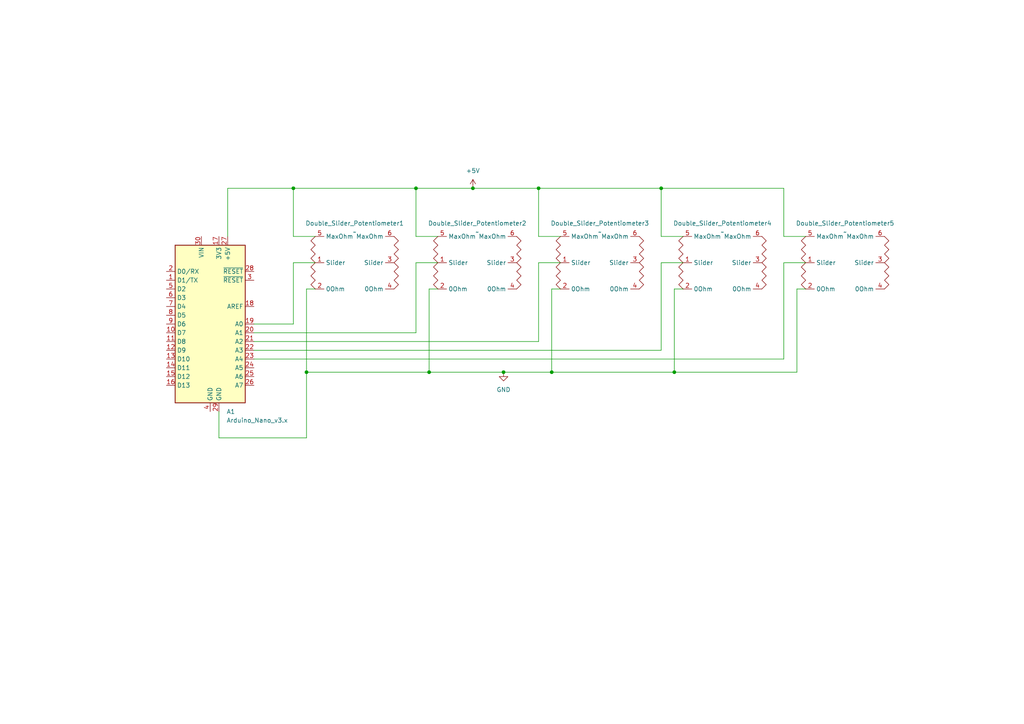
<source format=kicad_sch>
(kicad_sch (version 20231120) (generator "eeschema") (generator_version "8.0")
  (paper "A4")
  (lib_symbols
    (symbol "MCU_Module:Arduino_Nano_v3.x"
      (property "Reference" "A" (at -10.16 23.495 0))
      (property "Value" "Arduino_Nano_v3.x" (at 5.08 -24.13 0))
      (symbol "Arduino_Nano_v3.x_0_1"
        (rectangle (start -10.16 22.86) (end 10.16 -22.86) (stroke (width 0.254)) (fill (type background)))
      )
      (symbol "Arduino_Nano_v3.x_1_1"
        (pin bidirectional line (at -12.7 12.7 0) (length 2.54) (name "D1/TX") (number "1"))
        (pin bidirectional line (at -12.7 -2.54 0) (length 2.54) (name "D7") (number "10"))
        (pin bidirectional line (at -12.7 -5.08 0) (length 2.54) (name "D8") (number "11"))
        (pin bidirectional line (at -12.7 -7.62 0) (length 2.54) (name "D9") (number "12"))
        (pin bidirectional line (at -12.7 -10.16 0) (length 2.54) (name "D10") (number "13"))
        (pin bidirectional line (at -12.7 -12.7 0) (length 2.54) (name "D11") (number "14"))
        (pin bidirectional line (at -12.7 -15.24 0) (length 2.54) (name "D12") (number "15"))
        (pin bidirectional line (at -12.7 -17.78 0) (length 2.54) (name "D13") (number "16"))
        (pin power_out line (at 2.54 25.4 270) (length 2.54) (name "3V3") (number "17"))
        (pin input line (at 12.7 5.08 180) (length 2.54) (name "AREF") (number "18"))
        (pin bidirectional line (at 12.7 0 180) (length 2.54) (name "A0") (number "19"))
        (pin bidirectional line (at -12.7 15.24 0) (length 2.54) (name "D0/RX") (number "2"))
        (pin bidirectional line (at 12.7 -2.54 180) (length 2.54) (name "A1") (number "20"))
        (pin bidirectional line (at 12.7 -5.08 180) (length 2.54) (name "A2") (number "21"))
        (pin bidirectional line (at 12.7 -7.62 180) (length 2.54) (name "A3") (number "22"))
        (pin bidirectional line (at 12.7 -10.16 180) (length 2.54) (name "A4") (number "23"))
        (pin bidirectional line (at 12.7 -12.7 180) (length 2.54) (name "A5") (number "24"))
        (pin bidirectional line (at 12.7 -15.24 180) (length 2.54) (name "A6") (number "25"))
        (pin bidirectional line (at 12.7 -17.78 180) (length 2.54) (name "A7") (number "26"))
        (pin power_out line (at 5.08 25.4 270) (length 2.54) (name "+5V") (number "27"))
        (pin input line (at 12.7 15.24 180) (length 2.54) (name "~{RESET}") (number "28"))
        (pin power_in line (at 2.54 -25.4 90) (length 2.54) (name "GND") (number "29"))
        (pin input line (at 12.7 12.7 180) (length 2.54) (name "~{RESET}") (number "3"))
        (pin power_in line (at -2.54 25.4 270) (length 2.54) (name "VIN") (number "30"))
        (pin power_in line (at 0 -25.4 90) (length 2.54) (name "GND") (number "4"))
        (pin bidirectional line (at -12.7 10.16 0) (length 2.54) (name "D2") (number "5"))
        (pin bidirectional line (at -12.7 7.62 0) (length 2.54) (name "D3") (number "6"))
        (pin bidirectional line (at -12.7 5.08 0) (length 2.54) (name "D4") (number "7"))
        (pin bidirectional line (at -12.7 2.54 0) (length 2.54) (name "D5") (number "8"))
        (pin bidirectional line (at -12.7 0 0) (length 2.54) (name "D6") (number "9"))
      )
    )
    (symbol "Niks_Symbols:B103_Sliding_Potentiometer"
      (property "Reference" "Double_Slider_Potentiometer" (at 12.7 3.048 90))
      (symbol "B103_Sliding_Potentiometer_0_1"
        (polyline (pts (xy 1.27 6.35) (xy 0 7.62) (xy 1.27 8.89) (xy 0 10.16) (xy 1.27 11.43) (xy 0 12.7) (xy 1.27 13.97)))
        (polyline (pts (xy 1.27 13.97) (xy 0 15.24) (xy 1.27 16.51) (xy 0 17.78) (xy 1.27 19.05) (xy 0 20.32) (xy 1.27 21.59)))
        (polyline (pts (xy 24.13 6.35) (xy 25.4 7.62) (xy 24.13 8.89) (xy 25.4 10.16) (xy 24.13 11.43) (xy 25.4 12.7) (xy 24.13 13.97)))
        (polyline (pts (xy 24.13 13.97) (xy 25.4 15.24) (xy 24.13 16.51) (xy 25.4 17.78) (xy 24.13 19.05) (xy 25.4 20.32) (xy 24.13 21.59)))
      )
      (symbol "B103_Sliding_Potentiometer_1_1"
        (pin bidirectional line (at 1.27 13.97 0) (length 2.54) (name "Slider") (number "1"))
        (pin bidirectional line (at 1.27 6.35 0) (length 2.54) (name "0Ohm") (number "2"))
        (pin bidirectional line (at 24.13 13.97 180) (length 2.54) (name "Slider") (number "3"))
        (pin bidirectional line (at 24.13 6.35 180) (length 2.54) (name "0Ohm") (number "4"))
        (pin bidirectional line (at 1.27 21.59 0) (length 2.54) (name "MaxOhm") (number "5"))
        (pin bidirectional line (at 24.13 21.59 180) (length 2.54) (name "MaxOhm") (number "6"))
      )
    )
    (symbol "power:+5V" (power) (pin_numbers hide) (pin_names (offset 0) hide)
      (property "Value" "+5V" (at 0 3.556 0))
      (symbol "+5V_0_1"
        (polyline (pts (xy -0.762 1.27) (xy 0 2.54)))
        (polyline (pts (xy 0 0) (xy 0 2.54)))
        (polyline (pts (xy 0 2.54) (xy 0.762 1.27)))
      )
      (symbol "+5V_1_1"
        (pin power_in line (at 0 0 90) (length 0) (name "~") (number "1"))
      )
    )
    (symbol "power:GND" (power) (pin_numbers hide) (pin_names (offset 0) hide)
      (property "Value" "GND" (at 0 -3.81 0))
      (symbol "GND_0_1"
        (polyline (pts (xy 0 0) (xy 0 -1.27) (xy 1.27 -1.27) (xy 0 -2.54) (xy -1.27 -1.27) (xy 0 -1.27)))
      )
      (symbol "GND_1_1"
        (pin power_in line (at 0 0 270) (length 0) (name "~") (number "1"))
      )
    )
  )
  (junction (at 124.46 107.95))
  (junction (at 137.16 54.61))
  (junction (at 146.05 107.95))
  (junction (at 191.77 54.61))
  (junction (at 85.09 54.61))
  (junction (at 88.9 107.95))
  (junction (at 156.21 54.61))
  (junction (at 120.65 54.61))
  (junction (at 195.58 107.95))
  (junction (at 160.02 107.95))
  (wire (pts (xy 73.66 93.98) (xy 85.09 93.98)))
  (wire (pts (xy 233.68 68.58) (xy 227.33 68.58)))
  (wire (pts (xy 162.56 68.58) (xy 156.21 68.58)))
  (wire (pts (xy 85.09 76.2) (xy 91.44 76.2)))
  (wire (pts (xy 160.02 83.82) (xy 160.02 107.95)))
  (wire (pts (xy 195.58 107.95) (xy 231.14 107.95)))
  (wire (pts (xy 73.66 99.06) (xy 156.21 99.06)))
  (wire (pts (xy 120.65 96.52) (xy 120.65 76.2)))
  (wire (pts (xy 88.9 83.82) (xy 88.9 107.95)))
  (wire (pts (xy 227.33 68.58) (xy 227.33 54.61)))
  (wire (pts (xy 91.44 68.58) (xy 85.09 68.58)))
  (wire (pts (xy 191.77 54.61) (xy 156.21 54.61)))
  (wire (pts (xy 85.09 68.58) (xy 85.09 54.61)))
  (wire (pts (xy 198.12 83.82) (xy 195.58 83.82)))
  (wire (pts (xy 124.46 107.95) (xy 146.05 107.95)))
  (wire (pts (xy 120.65 54.61) (xy 85.09 54.61)))
  (wire (pts (xy 124.46 83.82) (xy 124.46 107.95)))
  (wire (pts (xy 227.33 104.14) (xy 227.33 76.2)))
  (wire (pts (xy 73.66 101.6) (xy 191.77 101.6)))
  (wire (pts (xy 156.21 68.58) (xy 156.21 54.61)))
  (wire (pts (xy 227.33 76.2) (xy 233.68 76.2)))
  (wire (pts (xy 88.9 107.95) (xy 124.46 107.95)))
  (wire (pts (xy 73.66 104.14) (xy 227.33 104.14)))
  (wire (pts (xy 191.77 101.6) (xy 191.77 76.2)))
  (wire (pts (xy 146.05 107.95) (xy 160.02 107.95)))
  (wire (pts (xy 137.16 54.61) (xy 120.65 54.61)))
  (wire (pts (xy 63.5 119.38) (xy 63.5 127)))
  (wire (pts (xy 231.14 107.95) (xy 231.14 83.82)))
  (wire (pts (xy 63.5 127) (xy 88.9 127)))
  (wire (pts (xy 160.02 107.95) (xy 195.58 107.95)))
  (wire (pts (xy 195.58 83.82) (xy 195.58 107.95)))
  (wire (pts (xy 191.77 68.58) (xy 191.77 54.61)))
  (wire (pts (xy 120.65 76.2) (xy 127 76.2)))
  (wire (pts (xy 156.21 76.2) (xy 162.56 76.2)))
  (wire (pts (xy 198.12 68.58) (xy 191.77 68.58)))
  (wire (pts (xy 191.77 76.2) (xy 198.12 76.2)))
  (wire (pts (xy 156.21 99.06) (xy 156.21 76.2)))
  (wire (pts (xy 85.09 93.98) (xy 85.09 76.2)))
  (wire (pts (xy 127 83.82) (xy 124.46 83.82)))
  (wire (pts (xy 120.65 68.58) (xy 120.65 54.61)))
  (wire (pts (xy 91.44 83.82) (xy 88.9 83.82)))
  (wire (pts (xy 66.04 54.61) (xy 66.04 68.58)))
  (wire (pts (xy 85.09 54.61) (xy 66.04 54.61)))
  (wire (pts (xy 88.9 127) (xy 88.9 107.95)))
  (wire (pts (xy 231.14 83.82) (xy 233.68 83.82)))
  (wire (pts (xy 156.21 54.61) (xy 137.16 54.61)))
  (wire (pts (xy 127 68.58) (xy 120.65 68.58)))
  (wire (pts (xy 227.33 54.61) (xy 191.77 54.61)))
  (wire (pts (xy 73.66 96.52) (xy 120.65 96.52)))
  (wire (pts (xy 162.56 83.82) (xy 160.02 83.82)))
  (symbol (lib_id "power:+5V") (at 137.16 54.61 0) (unit 1)
    (property "Reference" "#PWR01" (effects (hide yes)))
    (property "Value" "+5V" (at 137.16 49.53 0))
    (property "Description" "Power symbol creates a global label with name \"+5V\"" (effects (hide yes)))
  )
  (symbol (lib_id "Niks_Symbols:B103_Sliding_Potentiometer") (at 125.73 90.17 0) (unit 1)
    (property "Reference" "Double_Slider_Potentiometer2" (at 138.43 64.77 0))
    (property "Value" "~" (at 138.43 67.31 0))
    (property "Footprint" "Niks_Footprints:Potentiometer B103 Slider 75x9.1mm" (effects (hide yes)))
  )
  (symbol (lib_id "Niks_Symbols:B103_Sliding_Potentiometer") (at 161.29 90.17 0) (unit 1)
    (property "Reference" "Double_Slider_Potentiometer3" (at 173.99 64.77 0))
    (property "Value" "~" (at 173.99 67.31 0))
    (property "Footprint" "Niks_Footprints:Potentiometer B103 Slider 75x9.1mm" (effects (hide yes)))
  )
  (symbol (lib_id "Niks_Symbols:B103_Sliding_Potentiometer") (at 196.85 90.17 0) (unit 1)
    (property "Reference" "Double_Slider_Potentiometer4" (at 209.55 64.77 0))
    (property "Value" "~" (at 209.55 67.31 0))
    (property "Footprint" "Niks_Footprints:Potentiometer B103 Slider 75x9.1mm" (effects (hide yes)))
  )
  (symbol (lib_id "power:GND") (at 146.05 107.95 0) (unit 1)
    (property "Reference" "#PWR02" (effects (hide yes)))
    (property "Value" "GND" (at 146.05 113.03 0))
    (property "Description" "Power symbol creates a global label with name \"GND\" , ground" (effects (hide yes)))
  )
  (symbol (lib_id "Niks_Symbols:B103_Sliding_Potentiometer") (at 232.41 90.17 0) (unit 1)
    (property "Reference" "Double_Slider_Potentiometer5" (at 245.11 64.77 0))
    (property "Value" "~" (at 245.11 67.31 0))
    (property "Footprint" "Niks_Footprints:Potentiometer B103 Slider 75x9.1mm" (effects (hide yes)))
  )
  (symbol (lib_id "MCU_Module:Arduino_Nano_v3.x") (at 60.96 93.98 0) (unit 1)
    (property "Reference" "A1" (at 65.6941 119.38 0) (effects (justify left)))
    (property "Value" "Arduino_Nano_v3.x" (at 65.6941 121.92 0) (effects (justify left)))
    (property "Footprint" "Module:Arduino_Nano" (effects (hide yes)))
    (property "Datasheet" "http://www.mouser.com/pdfdocs/Gravitech_Arduino_Nano3_0.pdf" (effects (hide yes)))
    (property "Description" "Arduino Nano v3.x" (effects (hide yes)))
  )
  (symbol (lib_id "Niks_Symbols:B103_Sliding_Potentiometer") (at 90.17 90.17 0) (unit 1)
    (property "Reference" "Double_Slider_Potentiometer1" (at 102.87 64.77 0))
    (property "Value" "~" (at 102.87 67.31 0))
    (property "Footprint" "Niks_Footprints:Potentiometer B103 Slider 75x9.1mm" (effects (hide yes)))
  )
)
</source>
